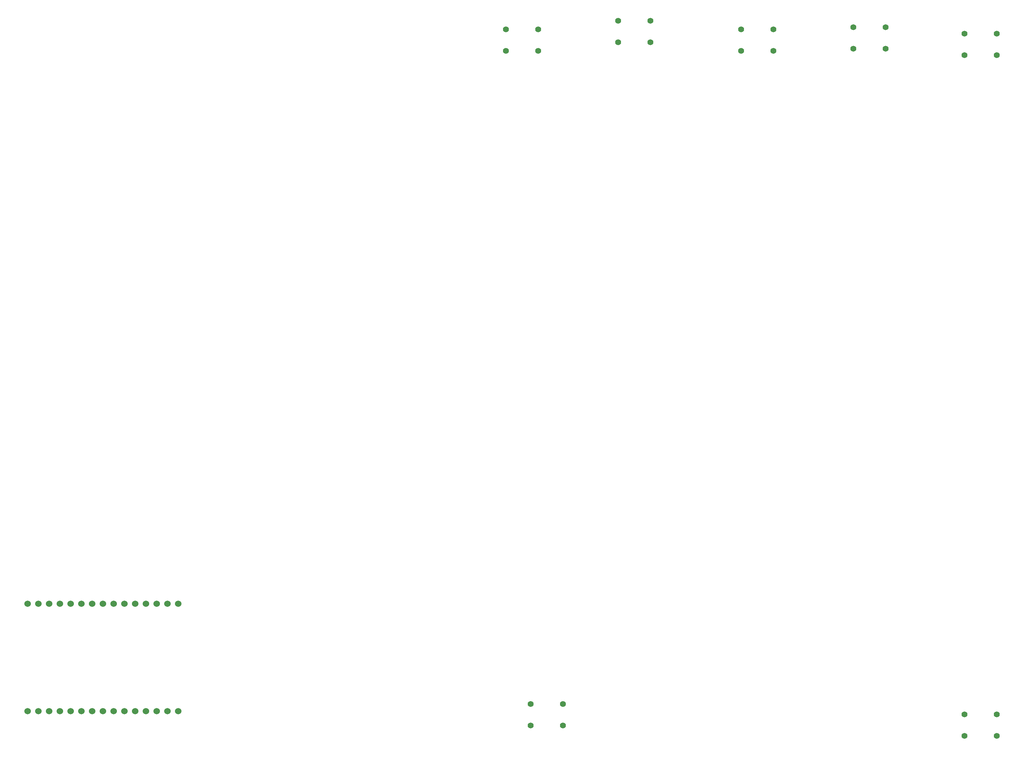
<source format=gbl>
%TF.GenerationSoftware,KiCad,Pcbnew,8.0.6*%
%TF.CreationDate,2024-11-12T14:44:17+00:00*%
%TF.ProjectId,A4,41342e6b-6963-4616-945f-706362585858,rev?*%
%TF.SameCoordinates,Original*%
%TF.FileFunction,Copper,L2,Bot*%
%TF.FilePolarity,Positive*%
%FSLAX46Y46*%
G04 Gerber Fmt 4.6, Leading zero omitted, Abs format (unit mm)*
G04 Created by KiCad (PCBNEW 8.0.6) date 2024-11-12 14:44:17*
%MOMM*%
%LPD*%
G01*
G04 APERTURE LIST*
%TA.AperFunction,ComponentPad*%
%ADD10C,1.397000*%
%TD*%
%TA.AperFunction,ComponentPad*%
%ADD11C,1.524000*%
%TD*%
G04 APERTURE END LIST*
D10*
%TO.P,REF\u002A\u002A,1*%
%TO.N,N/C*%
X261000000Y-194500000D03*
X268620000Y-194500000D03*
%TO.P,REF\u002A\u002A,2*%
X261000000Y-199580000D03*
X268620000Y-199580000D03*
%TD*%
%TO.P,REF\u002A\u002A,1*%
%TO.N,N/C*%
X261000000Y-33500000D03*
X268620000Y-33500000D03*
%TO.P,REF\u002A\u002A,2*%
X261000000Y-38580000D03*
X268620000Y-38580000D03*
%TD*%
%TO.P,REF\u002A\u002A,1*%
%TO.N,N/C*%
X234690000Y-31960000D03*
X242310000Y-31960000D03*
%TO.P,REF\u002A\u002A,2*%
X234690000Y-37040000D03*
X242310000Y-37040000D03*
%TD*%
%TO.P,REF\u002A\u002A,1*%
%TO.N,N/C*%
X208190000Y-32460000D03*
X215810000Y-32460000D03*
%TO.P,REF\u002A\u002A,2*%
X208190000Y-37540000D03*
X215810000Y-37540000D03*
%TD*%
%TO.P,LED1,1*%
%TO.N,N/C*%
X179190000Y-30460000D03*
X186810000Y-30460000D03*
%TO.P,LED1,2*%
X179190000Y-35540000D03*
X186810000Y-35540000D03*
%TD*%
%TO.P,REF\u002A\u002A,1*%
%TO.N,N/C*%
X152690000Y-32460000D03*
X160310000Y-32460000D03*
%TO.P,REF\u002A\u002A,2*%
X152690000Y-37540000D03*
X160310000Y-37540000D03*
%TD*%
%TO.P,REF\u002A\u002A,1*%
%TO.N,N/C*%
X158500000Y-192000000D03*
X166120000Y-192000000D03*
%TO.P,REF\u002A\u002A,2*%
X158500000Y-197080000D03*
X166120000Y-197080000D03*
%TD*%
D11*
%TO.P,REF\u002A\u002A,14*%
%TO.N,N/C*%
X75293200Y-193700000D03*
%TO.P,REF\u002A\u002A,15*%
X72753200Y-193700000D03*
%TO.P,REF\u002A\u002A,16*%
X70213200Y-193700000D03*
%TO.P,REF\u002A\u002A,17*%
X67673200Y-193700000D03*
%TO.P,REF\u002A\u002A,18*%
X65133200Y-193700000D03*
%TO.P,REF\u002A\u002A,19*%
X62593200Y-193700000D03*
%TO.P,REF\u002A\u002A,20*%
X60053200Y-193700000D03*
%TO.P,REF\u002A\u002A,21*%
X57513200Y-193700000D03*
%TO.P,REF\u002A\u002A,22*%
X54973200Y-193700000D03*
%TO.P,REF\u002A\u002A,23*%
X52433200Y-193700000D03*
%TO.P,REF\u002A\u002A,24*%
X49893200Y-193700000D03*
%TO.P,REF\u002A\u002A,25*%
X47353200Y-193700000D03*
%TO.P,REF\u002A\u002A,26*%
X44813200Y-193700000D03*
%TO.P,REF\u002A\u002A,27*%
X42273200Y-193700000D03*
%TO.P,REF\u002A\u002A,28*%
X39733200Y-193700000D03*
%TO.P,REF\u002A\u002A,29*%
X75293200Y-168300000D03*
%TO.P,REF\u002A\u002A,30*%
X72753200Y-168300000D03*
%TO.P,REF\u002A\u002A,31*%
X70213200Y-168300000D03*
%TO.P,REF\u002A\u002A,32*%
X67673200Y-168300000D03*
%TO.P,REF\u002A\u002A,33*%
X65133200Y-168300000D03*
%TO.P,REF\u002A\u002A,34*%
X62593200Y-168300000D03*
%TO.P,REF\u002A\u002A,35*%
X60053200Y-168300000D03*
%TO.P,REF\u002A\u002A,36*%
X57513200Y-168300000D03*
%TO.P,REF\u002A\u002A,37*%
X54973200Y-168300000D03*
%TO.P,REF\u002A\u002A,38*%
X52433200Y-168300000D03*
%TO.P,REF\u002A\u002A,39*%
X49893200Y-168300000D03*
%TO.P,REF\u002A\u002A,40*%
X47353200Y-168300000D03*
%TO.P,REF\u002A\u002A,41*%
X47353200Y-168300000D03*
%TO.P,REF\u002A\u002A,42*%
X44813200Y-168300000D03*
%TO.P,REF\u002A\u002A,43*%
X39733200Y-168300000D03*
%TO.P,REF\u002A\u002A,44*%
X42273200Y-168300000D03*
%TD*%
M02*

</source>
